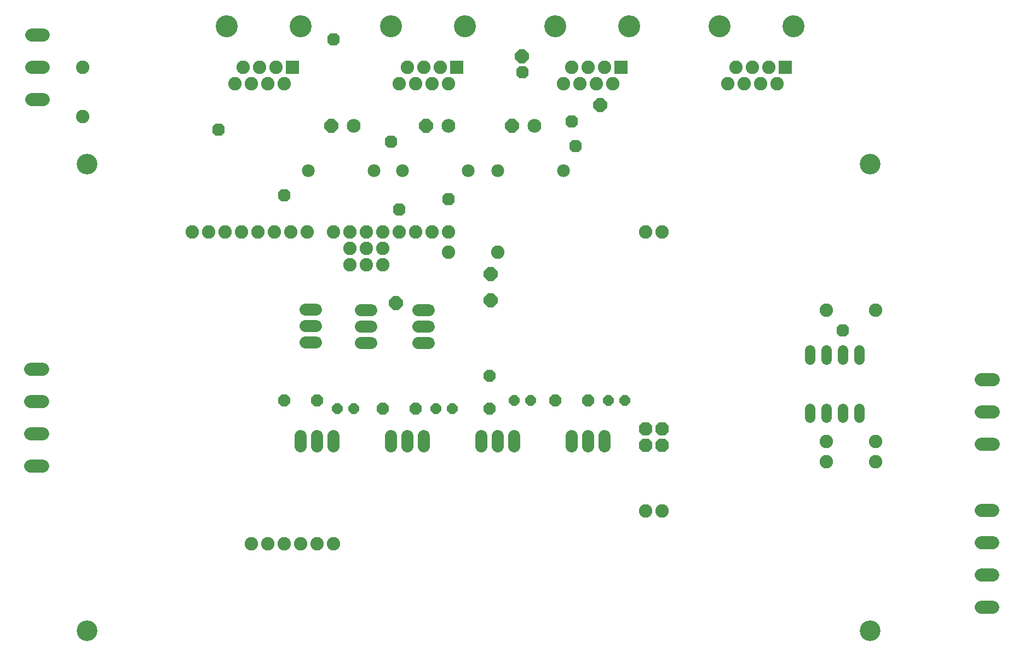
<source format=gbs>
G75*
%MOIN*%
%OFA0B0*%
%FSLAX25Y25*%
%IPPOS*%
%LPD*%
%AMOC8*
5,1,8,0,0,1.08239X$1,22.5*
%
%ADD10C,0.12611*%
%ADD11C,0.08200*%
%ADD12R,0.08200X0.08200*%
%ADD13C,0.13398*%
%ADD14OC8,0.08200*%
%ADD15C,0.08400*%
%ADD16OC8,0.08400*%
%ADD17OC8,0.07100*%
%ADD18OC8,0.06400*%
%ADD19C,0.07800*%
%ADD20C,0.07200*%
%ADD21C,0.06400*%
%ADD22C,0.07900*%
%ADD23OC8,0.07556*%
D10*
X0177044Y0141413D03*
X0177044Y0426059D03*
X0653816Y0426059D03*
X0653816Y0141413D03*
D11*
X0526965Y0214543D03*
X0516965Y0214543D03*
X0626965Y0244543D03*
X0626965Y0257043D03*
X0656965Y0257043D03*
X0656965Y0244543D03*
X0656965Y0337043D03*
X0626965Y0337043D03*
X0526965Y0384543D03*
X0516965Y0384543D03*
X0426965Y0372339D03*
X0396965Y0372339D03*
X0396965Y0384543D03*
X0386965Y0384543D03*
X0376965Y0384543D03*
X0366965Y0384543D03*
X0356965Y0384543D03*
X0356965Y0374543D03*
X0346965Y0374543D03*
X0336965Y0374543D03*
X0336965Y0384543D03*
X0326965Y0384543D03*
X0310965Y0384543D03*
X0300965Y0384543D03*
X0290965Y0384543D03*
X0280965Y0384543D03*
X0270965Y0384543D03*
X0260965Y0384543D03*
X0250965Y0384543D03*
X0240965Y0384543D03*
X0174465Y0454839D03*
X0174465Y0484839D03*
X0266965Y0474839D03*
X0276965Y0474839D03*
X0286965Y0474839D03*
X0296965Y0474839D03*
X0291965Y0484839D03*
X0281965Y0484839D03*
X0271965Y0484839D03*
X0366965Y0474839D03*
X0376965Y0474839D03*
X0386965Y0474839D03*
X0396965Y0474839D03*
X0391965Y0484839D03*
X0381965Y0484839D03*
X0371965Y0484839D03*
X0466965Y0474839D03*
X0476965Y0474839D03*
X0486965Y0474839D03*
X0496965Y0474839D03*
X0491965Y0484839D03*
X0481965Y0484839D03*
X0471965Y0484839D03*
X0566965Y0474839D03*
X0576965Y0474839D03*
X0586965Y0474839D03*
X0596965Y0474839D03*
X0591965Y0484839D03*
X0581965Y0484839D03*
X0571965Y0484839D03*
X0356965Y0364543D03*
X0346965Y0364543D03*
X0336965Y0364543D03*
X0346965Y0384543D03*
X0326965Y0194543D03*
X0316965Y0194543D03*
X0306965Y0194543D03*
X0296965Y0194543D03*
X0286965Y0194543D03*
X0276965Y0194543D03*
D12*
X0301965Y0484839D03*
X0401965Y0484839D03*
X0501965Y0484839D03*
X0601965Y0484839D03*
D13*
X0606965Y0509839D03*
X0561965Y0509839D03*
X0506965Y0509839D03*
X0461965Y0509839D03*
X0406965Y0509839D03*
X0361965Y0509839D03*
X0306965Y0509839D03*
X0261965Y0509839D03*
D14*
X0516965Y0264543D03*
X0516965Y0254543D03*
X0526965Y0254543D03*
X0526965Y0264543D03*
D15*
X0449465Y0449248D03*
X0396965Y0449248D03*
X0339465Y0449248D03*
D16*
X0325715Y0449248D03*
X0383215Y0449248D03*
X0435715Y0449248D03*
X0489365Y0461843D03*
X0441665Y0491543D03*
X0422765Y0358743D03*
X0422765Y0343043D03*
X0365165Y0341243D03*
D17*
X0421965Y0297043D03*
X0421965Y0277043D03*
X0461965Y0282043D03*
X0481965Y0282043D03*
X0376965Y0277043D03*
X0356965Y0277043D03*
X0316965Y0282043D03*
X0296965Y0282043D03*
D18*
X0329465Y0277043D03*
X0339465Y0277043D03*
X0389465Y0277043D03*
X0399465Y0277043D03*
X0436965Y0282043D03*
X0446965Y0282043D03*
X0494465Y0282043D03*
X0504465Y0282043D03*
D19*
X0466965Y0422043D03*
X0426965Y0422043D03*
X0409170Y0422043D03*
X0369170Y0422043D03*
X0351670Y0422043D03*
X0311670Y0422043D03*
D20*
X0310015Y0337339D02*
X0316415Y0337339D01*
X0316415Y0327339D02*
X0310015Y0327339D01*
X0310015Y0317339D02*
X0316415Y0317339D01*
X0343765Y0317043D02*
X0350165Y0317043D01*
X0350165Y0327043D02*
X0343765Y0327043D01*
X0343765Y0337043D02*
X0350165Y0337043D01*
X0378765Y0337043D02*
X0385165Y0337043D01*
X0385165Y0327043D02*
X0378765Y0327043D01*
X0378765Y0317043D02*
X0385165Y0317043D01*
X0381965Y0260243D02*
X0381965Y0253843D01*
X0371965Y0253843D02*
X0371965Y0260243D01*
X0361965Y0260243D02*
X0361965Y0253843D01*
X0326965Y0253843D02*
X0326965Y0260243D01*
X0316965Y0260243D02*
X0316965Y0253843D01*
X0306965Y0253843D02*
X0306965Y0260243D01*
X0416965Y0260243D02*
X0416965Y0253843D01*
X0426965Y0253843D02*
X0426965Y0260243D01*
X0436965Y0260243D02*
X0436965Y0253843D01*
X0471965Y0253843D02*
X0471965Y0260243D01*
X0481965Y0260243D02*
X0481965Y0253843D01*
X0491965Y0253843D02*
X0491965Y0260243D01*
D21*
X0616965Y0271443D02*
X0616965Y0277043D01*
X0626965Y0277043D02*
X0626965Y0271443D01*
X0636965Y0271443D02*
X0636965Y0277043D01*
X0646965Y0277043D02*
X0646965Y0271443D01*
X0646965Y0307043D02*
X0646965Y0312643D01*
X0636965Y0312643D02*
X0636965Y0307043D01*
X0626965Y0307043D02*
X0626965Y0312643D01*
X0616965Y0312643D02*
X0616965Y0307043D01*
D22*
X0721486Y0294524D02*
X0728586Y0294524D01*
X0728586Y0274839D02*
X0721486Y0274839D01*
X0721486Y0255154D02*
X0728586Y0255154D01*
X0728507Y0214996D02*
X0721407Y0214996D01*
X0721407Y0195311D02*
X0728507Y0195311D01*
X0728507Y0175626D02*
X0721407Y0175626D01*
X0721407Y0155941D02*
X0728507Y0155941D01*
X0149936Y0241746D02*
X0142836Y0241746D01*
X0142836Y0261431D02*
X0149936Y0261431D01*
X0149936Y0281117D02*
X0142836Y0281117D01*
X0142836Y0300802D02*
X0149936Y0300802D01*
X0150436Y0465154D02*
X0143336Y0465154D01*
X0143336Y0484839D02*
X0150436Y0484839D01*
X0150436Y0504524D02*
X0143336Y0504524D01*
D23*
X0256965Y0447043D03*
X0296965Y0407043D03*
X0361965Y0439543D03*
X0396965Y0404543D03*
X0366965Y0398293D03*
X0474465Y0437043D03*
X0471965Y0452043D03*
X0441965Y0482043D03*
X0326965Y0502043D03*
X0636965Y0324543D03*
M02*

</source>
